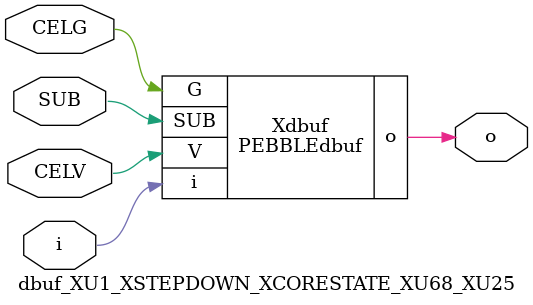
<source format=v>



module PEBBLEdbuf ( o, G, SUB, V, i );

  input V;
  input i;
  input G;
  output o;
  input SUB;
endmodule

//Celera Confidential Do Not Copy dbuf_XU1_XSTEPDOWN_XCORESTATE_XU68_XU25
//Celera Confidential Symbol Generator
//Digital Buffer
module dbuf_XU1_XSTEPDOWN_XCORESTATE_XU68_XU25 (CELV,CELG,i,o,SUB);
input CELV;
input CELG;
input i;
input SUB;
output o;

//Celera Confidential Do Not Copy dbuf
PEBBLEdbuf Xdbuf(
.V (CELV),
.i (i),
.o (o),
.SUB (SUB),
.G (CELG)
);
//,diesize,PEBBLEdbuf

//Celera Confidential Do Not Copy Module End
//Celera Schematic Generator
endmodule

</source>
